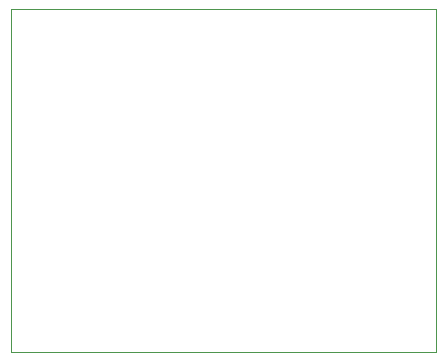
<source format=gm1>
%TF.GenerationSoftware,KiCad,Pcbnew,7.0.0-da2b9df05c~163~ubuntu22.04.1*%
%TF.CreationDate,2023-02-20T00:02:53+00:00*%
%TF.ProjectId,levelshifter,6c657665-6c73-4686-9966-7465722e6b69,rev?*%
%TF.SameCoordinates,Original*%
%TF.FileFunction,Profile,NP*%
%FSLAX46Y46*%
G04 Gerber Fmt 4.6, Leading zero omitted, Abs format (unit mm)*
G04 Created by KiCad (PCBNEW 7.0.0-da2b9df05c~163~ubuntu22.04.1) date 2023-02-20 00:02:53*
%MOMM*%
%LPD*%
G01*
G04 APERTURE LIST*
%TA.AperFunction,Profile*%
%ADD10C,0.100000*%
%TD*%
G04 APERTURE END LIST*
D10*
X134000000Y-76000000D02*
X170000000Y-76000000D01*
X170000000Y-76000000D02*
X170000000Y-105000000D01*
X170000000Y-105000000D02*
X134000000Y-105000000D01*
X134000000Y-105000000D02*
X134000000Y-76000000D01*
M02*

</source>
